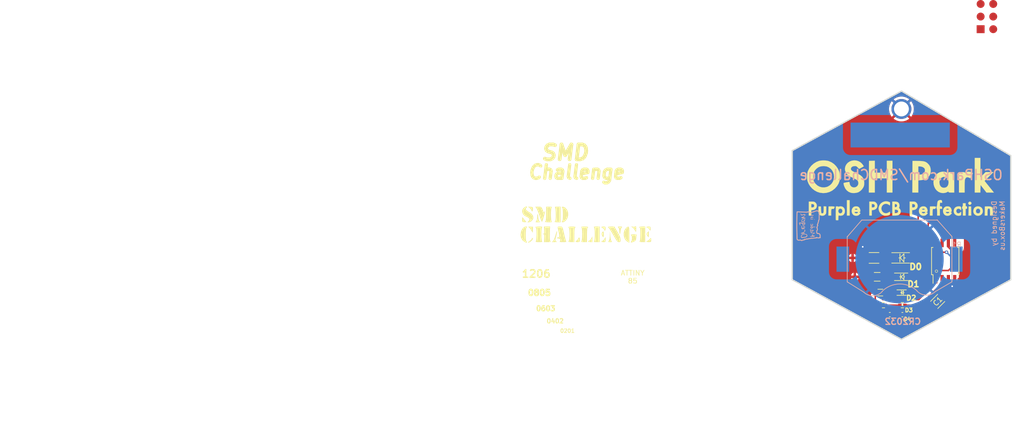
<source format=kicad_pcb>
(kicad_pcb (version 20201115) (generator pcbnew)
  (layers (0 "F.Cu" signal) (31 "B.Cu" signal) (34 "B.Paste" user) (35 "F.Paste" user) (36 "B.SilkS" user "B.Silkscreen") (37 "F.SilkS" user "F.Silkscreen") (38 "B.Mask" user) (39 "F.Mask" user) (44 "Edge.Cuts" user))
  (net 0 "")
  (net 1 "GND")
  (net 2 "+BATT")
  (net 3 "Net-(CON1-Pad1)")
  (net 4 "Net-(CON1-Pad3)")
  (net 5 "Net-(CON1-Pad4)")
  (net 6 "Net-(CON1-Pad5)")
  (net 7 "Net-(D1-Pad1)")
  (net 8 "Net-(D2-Pad1)")
  (net 9 "Net-(D3-Pad1)")
  (net 10 "Net-(D0-Pad1)")
  (net 11 "Net-(D3-Pad2)")
  (net 12 "Net-(D4-Pad2)")
  (net 13 "Net-(D4-Pad1)")
  (footprint "footprints:logo" (layer "F.Cu") (at 145.02 93.45)
    (fp_text reference "G***" hide)
    (fp_text value "LOGO" hide)
  )
  (footprint "footprints:testPad" (layer "F.Cu") (at 200.4325 107.2475)
    (fp_text reference "PG2" hide)
    (fp_text value "CONN_01X01")
    (pad "1" smd oval (at 0 0) (size 0.508 0.762) (layers "F.Cu" "F.Paste" "F.Mask") (net 1 "GND"))
  )
  (footprint "footprints:R_1206" (layer "F.Cu") (at 203.0995 100.2625 180)
    (fp_text reference "R0" hide)
    (fp_text value "330")
    (pad "1" smd rect (at -1.778 0 180) (size 1.1 1.7) (layers "F.Cu" "F.Paste" "F.Mask") (net 10 "Net-(D0-Pad1)"))
    (pad "2" smd rect (at 1.651 0 180) (size 1.1 1.7) (layers "F.Cu" "F.Paste" "F.Mask") (net 1 "GND"))
  )
  (footprint "footprints:testPad" (layer "F.Cu") (at 212.6245 100.2625)
    (fp_text reference "P0" hide)
    (fp_text value "CONN_01X01")
    (pad "1" smd oval (at 0 0) (size 0.508 0.762) (layers "F.Cu" "F.Paste" "F.Mask") (net 5 "Net-(CON1-Pad4)"))
  )
  (footprint "myFootPrints:MadeInOregonRev25" (layer "F.Cu") (at 189.895 93.75 -90)
    (fp_text reference "VAL" hide)
    (fp_text value "MadeInOregonRev25" hide)
  )
  (footprint "Pin_Headers:Pin_Header_Straight_1x01" (layer "F.Cu") (at 208.44 70.5)
    (fp_text reference "P1" hide)
    (fp_text value "CONN_01X01")
    (pad "" thru_hole circle (at 0.18 -0.25) (size 4 4) (drill 3) (layers *.Cu *.Mask) (net 1 "GND"))
  )
  (footprint "footprints:testPad" (layer "F.Cu") (at 204.687 111.6925)
    (fp_text reference "PG4" hide)
    (fp_text value "CONN_01X01")
    (pad "1" smd oval (at 0 0) (size 0.508 0.762) (layers "F.Cu" "F.Paste" "F.Mask") (net 1 "GND"))
  )
  (footprint "footprints:SOIJ-8_5.3x5.3mm_Pitch1.27mm" (layer "F.Cu") (at 217.4505 100.8975 90)
    (fp_text reference "IC1" hide)
    (fp_text value "IC1")
    (pad "1" smd rect (at -3.65 -1.905 90) (size 1.7 0.65) (layers "F.Cu" "F.Paste" "F.Mask") (net 6 "Net-(CON1-Pad5)"))
    (pad "2" smd rect (at -3.65 -0.635 90) (size 1.7 0.65) (layers "F.Cu" "F.Paste" "F.Mask") (net 11 "Net-(D3-Pad2)"))
    (pad "3" smd rect (at -3.65 0.635 90) (size 1.7 0.65) (layers "F.Cu" "F.Paste" "F.Mask") (net 12 "Net-(D4-Pad2)"))
    (pad "4" smd rect (at -3.65 1.905 90) (size 1.7 0.65) (layers "F.Cu" "F.Paste" "F.Mask") (net 1 "GND"))
    (pad "5" smd rect (at 3.65 1.905 90) (size 1.7 0.65) (layers "F.Cu" "F.Paste" "F.Mask") (net 5 "Net-(CON1-Pad4)"))
    (pad "6" smd rect (at 3.65 0.635 90) (size 1.7 0.65) (layers "F.Cu" "F.Paste" "F.Mask") (net 3 "Net-(CON1-Pad1)"))
    (pad "7" smd rect (at 3.65 -0.635 90) (size 1.7 0.65) (layers "F.Cu" "F.Paste" "F.Mask") (net 4 "Net-(CON1-Pad3)"))
    (pad "8" smd rect (at 3.65 -1.905 90) (size 1.7 0.65) (layers "F.Cu" "F.Paste" "F.Mask") (net 2 "+BATT"))
  )
  (footprint "footprints:R_0402" (layer "F.Cu") (at 205.0045 109.7875 180)
    (fp_text reference "R3" hide)
    (fp_text value "330")
    (pad "1" smd rect (at -0.4 0 180) (size 0.6 0.6) (layers "F.Cu" "F.Paste" "F.Mask") (net 9 "Net-(D3-Pad1)"))
    (pad "2" smd rect (at 0.5 0 180) (size 0.6 0.6) (layers "F.Cu" "F.Paste" "F.Mask") (net 1 "GND"))
  )
  (footprint "LED_0402" (layer "F.Cu") (at 208.8145 109.7875)
    (fp_text reference "D3" (at 1.3 1) (layer "F.SilkS") (effects (font (size 0.8 0.8) (thickness 0.2))))
    (fp_text value "LED")
    (pad "1" smd rect (at -0.5 0) (size 0.7 0.6) (layers "F.Cu" "F.Paste" "F.Mask") (net 9 "Net-(D3-Pad1)"))
    (pad "2" smd rect (at 0.5 0) (size 0.7 0.6) (layers "F.Cu" "F.Paste" "F.Mask") (net 11 "Net-(D3-Pad2)"))
  )
  (footprint "myFootPrints:OSHParkPurple" (layer "F.Cu") (at 208.47 90.6)
    (fp_text reference "G***" hide)
    (fp_text value "LOGO" hide)
  )
  (footprint "footprints:R_0805" (layer "F.Cu") (at 203.7345 104.0725 180)
    (fp_text reference "R1" hide)
    (fp_text value "330")
    (pad "1" smd rect (at -1.143 0 180) (size 0.9 1.3) (layers "F.Cu" "F.Paste" "F.Mask") (net 7 "Net-(D1-Pad1)"))
    (pad "2" smd rect (at 1.143 0 180) (size 0.9 1.3) (layers "F.Cu" "F.Paste" "F.Mask") (net 1 "GND"))
  )
  (footprint "footprints:testPad" (layer "F.Cu") (at 211.1005 111.6925)
    (fp_text reference "P4" hide)
    (fp_text value "CONN_01X01")
    (pad "1" smd oval (at 0 0) (size 0.508 0.762) (layers "F.Cu" "F.Paste" "F.Mask") (net 12 "Net-(D4-Pad2)"))
  )
  (footprint "footprints:testPad" (layer "F.Cu") (at 212.1165 104.0725)
    (fp_text reference "P1" hide)
    (fp_text value "CONN_01X01")
    (pad "1" smd oval (at 0 0) (size 0.508 0.762) (layers "F.Cu" "F.Paste" "F.Mask") (net 3 "Net-(CON1-Pad1)"))
  )
  (footprint "footprints:LED-0805" (layer "F.Cu") (at 208.8145 104.0725)
    (fp_text reference "D1" (at 2.2225 1.4605) (layer "F.SilkS") (effects (font (size 1.2 1.2) (thickness 0.3))))
    (fp_text value "LED")
    (pad "1" smd rect (at -1.27 0 180) (size 1.3 1.19888) (layers "F.Cu" "F.Paste" "F.Mask") (net 7 "Net-(D1-Pad1)"))
    (pad "2" smd rect (at 1.143 0 180) (size 1.3 1.19888) (layers "F.Cu" "F.Paste" "F.Mask") (net 3 "Net-(CON1-Pad1)"))
  )
  (footprint "footprints:testPad" (layer "F.Cu") (at 198.7815 100.2625)
    (fp_text reference "PG0" hide)
    (fp_text value "CONN_01X01")
    (pad "1" smd oval (at 0 0) (size 0.508 0.762) (layers "F.Cu" "F.Paste" "F.Mask") (net 1 "GND"))
  )
  (footprint "myFootPrints:OSHPark" (layer "F.Cu") (at 208.47 83.6)
    (fp_text reference "G***" hide)
    (fp_text value "LOGO" hide)
  )
  (footprint "footprints:LED-0603" (layer "F.Cu") (at 208.8145 107.2475)
    (fp_text reference "D2" (at 1.778 1.0795) (layer "F.SilkS") (effects (font (thickness 0.25))))
    (fp_text value "LED")
    (pad "1" smd rect (at -0.889 0 180) (size 1 0.79756) (layers "F.Cu" "F.Paste" "F.Mask") (net 8 "Net-(D2-Pad1)"))
    (pad "2" smd rect (at 0.889 0 180) (size 1 0.79756) (layers "F.Cu" "F.Paste" "F.Mask") (net 4 "Net-(CON1-Pad3)"))
  )
  (footprint "footprints:testPad" (layer "F.Cu") (at 211.7355 107.2475)
    (fp_text reference "P2" hide)
    (fp_text value "CONN_01X01")
    (pad "1" smd oval (at 0 0) (size 0.508 0.762) (layers "F.Cu" "F.Paste" "F.Mask") (net 4 "Net-(CON1-Pad3)"))
  )
  (footprint "footprints:testPad" (layer "F.Cu") (at 199.226 104.0725)
    (fp_text reference "PG1" hide)
    (fp_text value "CONN_01X01")
    (pad "1" smd oval (at 0 0) (size 0.508 0.762) (layers "F.Cu" "F.Paste" "F.Mask") (net 1 "GND"))
  )
  (footprint "footprints:LED-1206" (layer "F.Cu") (at 208.8145 100.2625)
    (fp_text reference "D0" (at 2.667 1.778) (layer "F.SilkS") (effects (font (size 1.25 1.25) (thickness 0.3125))))
    (fp_text value "LED")
    (pad "1" smd rect (at -1.651 0 180) (size 1.7 1.80086) (layers "F.Cu" "F.Paste" "F.Mask") (net 10 "Net-(D0-Pad1)"))
    (pad "2" smd rect (at 1.524 0 180) (size 1.7 1.80086) (layers "F.Cu" "F.Paste" "F.Mask") (net 5 "Net-(CON1-Pad4)"))
  )
  (footprint "footprints:R_0603" (layer "F.Cu") (at 204.3695 107.2475 180)
    (fp_text reference "R2" hide)
    (fp_text value "330")
    (pad "1" smd rect (at -0.889 0 180) (size 0.7 0.9) (layers "F.Cu" "F.Paste" "F.Mask") (net 8 "Net-(D2-Pad1)"))
    (pad "2" smd rect (at 1.016 0 180) (size 0.7 0.9) (layers "F.Cu" "F.Paste" "F.Mask") (net 1 "GND"))
  )
  (footprint "footprints:R_0201" (layer "F.Cu") (at 206.2745 111.6925 180)
    (fp_text reference "R4" hide)
    (fp_text value "330")
    (pad "1" smd rect (at -0.4 0 180) (size 0.45 0.43) (layers "F.Cu" "F.Paste" "F.Mask") (net 13 "Net-(D4-Pad1)"))
    (pad "2" smd rect (at 0.4 0 180) (size 0.45 0.43) (layers "F.Cu" "F.Paste" "F.Mask") (net 1 "GND"))
  )
  (footprint "footprints:AVR-ISP-6" (layer "F.Cu") (at 227.12 54.175 180)
    (fp_text reference "CON1" hide)
    (fp_text value "AVR-ISP-6" hide)
    (pad "1" smd oval (at 0 0 180) (size 1.6 1.6) (layers "F.Cu" "F.Paste" "F.Mask") (net 3 "Net-(CON1-Pad1)"))
    (pad "2" smd rect (at 2.54 0 180) (size 1.6 1.6) (layers "F.Cu" "F.Paste" "F.Mask") (net 2 "+BATT"))
    (pad "3" smd oval (at 0 2.54 180) (size 1.6 1.6) (layers "F.Cu" "F.Paste" "F.Mask") (net 4 "Net-(CON1-Pad3)"))
    (pad "4" smd oval (at 2.54 2.54 180) (size 1.6 1.6) (layers "F.Cu" "F.Paste" "F.Mask") (net 5 "Net-(CON1-Pad4)"))
    (pad "5" smd oval (at 0 5.08 180) (size 1.6 1.6) (layers "F.Cu" "F.Paste" "F.Mask") (net 6 "Net-(CON1-Pad5)"))
    (pad "6" smd oval (at 2.54 5.08 180) (size 1.6 1.6) (layers "F.Cu" "F.Paste" "F.Mask") (net 1 "GND"))
  )
  (footprint "LED_0201" (layer "F.Cu") (at 208.8145 111.6925)
    (fp_text reference "D4" (at 1.016 0.889) (layer "F.SilkS") (effects (font (size 0.7 0.7) (thickness 0.175))))
    (fp_text value "LED")
    (pad "1" smd rect (at -0.3 0) (size 0.4 0.4) (layers "F.Cu" "F.Paste" "F.Mask") (net 13 "Net-(D4-Pad1)"))
    (pad "2" smd rect (at 0.3 0) (size 0.4 0.4) (layers "F.Cu" "F.Paste" "F.Mask") (net 12 "Net-(D4-Pad2)"))
  )
  (footprint "footprints:C_1206_HandSoldering" (layer "F.Cu") (at 215.9265 109.0255 -135)
    (fp_text reference "C1" (at 0 0 -135) (layer "F.SilkS"))
    (fp_text value "0.1 uF")
    (pad "1" smd rect (at -1.778 0 225) (size 1.6 1.6) (layers "F.Cu" "F.Paste" "F.Mask") (net 1 "GND"))
    (pad "2" smd rect (at 1.778 0 225) (size 1.6 1.6) (layers "F.Cu" "F.Paste" "F.Mask") (net 2 "+BATT"))
  )
  (footprint "footprints:testPad" (layer "F.Cu") (at 202.274 109.7875)
    (fp_text reference "PG3" hide)
    (fp_text value "CONN_01X01")
    (pad "1" smd oval (at 0 0) (size 0.508 0.762) (layers "F.Cu" "F.Paste" "F.Mask") (net 1 "GND"))
  )
  (footprint "footprints:testPad" (layer "F.Cu") (at 211.3545 109.7875)
    (fp_text reference "P3" hide)
    (fp_text value "CONN_01X01")
    (pad "1" smd oval (at 0 0) (size 0.508 0.762) (layers "F.Cu" "F.Paste" "F.Mask") (net 11 "Net-(D3-Pad2)"))
  )
  (footprint "footprints:BATT_CR2032_SMD" (layer "B.Cu") (at 208.245 100.515 180)
    (fp_text reference "BT1" hide)
    (fp_text value "Battery" hide)
    (pad "1" smd rect (at 11.43 0 180) (size 2.54 5.08) (layers "B.Cu" "B.Paste" "B.Mask"))
    (pad "1" smd rect (at -11.43 0 180) (size 2.54 5.08) (layers "B.Cu" "B.Paste" "B.Mask") (net 2 "+BATT"))
    (pad "2" smd circle (at 0 0 180) (size 17.78 17.78) (layers "B.Cu" "B.Paste" "B.Mask") (net 1 "GND"))
  )
  (footprint "Connect:1pin" (layer "B.Cu") (at 208.37 75.5)
    (fp_text reference "REF**" hide)
    (fp_text value "1pin")
    (pad "1" smd rect (at 0 0) (size 20 5) (layers "B.Cu" "B.Paste" "B.Mask"))
  )
  (gr_line (start 230.6338 104.652) (end 230.6338 79.652) (angle 90) (layer "Edge.Cuts") (width 0.254))
  (gr_line (start 186.6338 104.652) (end 208.6338 116.652) (angle 90) (layer "Edge.Cuts") (width 0.254))
  (gr_line (start 230.6338 79.652) (end 208.6338 66.652) (angle 90) (layer "Edge.Cuts") (width 0.254))
  (gr_line (start 186.6338 78.652) (end 186.6338 104.652) (angle 90) (layer "Edge.Cuts") (width 0.254))
  (gr_line (start 208.6338 116.652) (end 230.6338 104.652) (angle 90) (layer "Edge.Cuts") (width 0.254))
  (gr_line (start 208.6338 66.652) (end 186.6338 78.652) (angle 90) (layer "Edge.Cuts") (width 0.254))
  (gr_text "CR2032" (at 208.895 113.075) (layer "B.SilkS") (effects (font (size 1.25 1.25) (thickness 0.25)) (justify mirror)))
  (gr_text "OSHPark.com/SMDChallenge" (at 208.545 83.55) (layer "B.SilkS") (effects (font (size 2.032 1.905) (thickness 0.3048)) (justify mirror)))
  (gr_text "R1" (at 219.7365 97.5955) (layer "B.SilkS") (effects (font (size 1 1) (thickness 0.1)) (justify mirror)))
  (gr_text "Designed by\nMakersBox.us" (at 228.12 88.65 90) (layer "B.SilkS") (effects (font (size 1 1)) (justify left mirror)))
  (gr_text "0201" (at 141.3255 114.9585) (layer "F.SilkS") (effects (font (size 0.762 0.762))))
  (gr_text "SMD" (at 140.845 79.05) (layer "F.SilkS") (effects (font (size 3 3) (thickness 0.75) italic)))
  (gr_text "0402" (at 138.849 112.99) (layer "F.SilkS") (effects (font (size 0.889 0.889) (thickness 0.2))))
  (gr_text "ATTINY\n85" (at 154.47 104.1) (layer "F.SilkS") (effects (font (size 1 1))))
  (gr_text "Challenge" (at 143.131 82.987) (layer "F.SilkS") (effects (font (size 2.75 2.6) (thickness 0.65) italic)))
  (gr_text "1206" (at 135.039 103.465) (layer "F.SilkS") (effects (font (size 1.5 1.5) (thickness 0.3))))
  (gr_text "0603" (at 136.944 110.45) (layer "F.SilkS") (effects (font (size 1 1) (thickness 0.25))))
  (gr_text "0805" (at 135.674 107.275) (layer "F.SilkS") (effects (font (size 1.2 1.2) (thickness 0.3))))
  (segment (start 200.8135 97.9935) (end 200.8135 99.6275) (width 0.3048) (layer "F.Cu") (net 1))
  (segment (start 216.959714 107.992286) (end 219.3555 105.5965) (width 0.3048) (layer "F.Cu") (net 1))
  (segment (start 219.3555 104.5475) (end 219.3555 105.4695) (width 0.3048) (layer "F.Cu") (net 1))
  (segment (start 204.687 111.6925) (end 205.8745 111.6925) (width 0.3048) (layer "F.Cu") (net 1))
  (segment (start 199.353 104.0725) (end 202.5915 104.0725) (width 0.3048) (layer "F.Cu") (net 1))
  (segment (start 200.4325 107.2475) (end 203.3535 107.2475) (width 0.3048) (layer "F.Cu") (net 1))
  (segment (start 204.5045 109.7875) (end 204.5045 111.51) (width 0.3048) (layer "F.Cu") (net 1))
  (segment (start 202.274 109.7875) (end 204.5045 109.7875) (width 0.3048) (layer "F.Cu") (net 1))
  (segment (start 203.3535 107.2475) (end 203.3535 108.6365) (width 0.3048) (layer "F.Cu") (net 1))
  (segment (start 201.4485 100.2625) (end 201.4485 102.9295) (width 0.3048) (layer "F.Cu") (net 1))
  (segment (start 219.3555 105.5965) (end 219.3555 104.5475) (width 0.3048) (layer "F.Cu") (net 1))
  (segment (start 203.3535 108.6365) (end 204.5045 109.7875) (width 0.3048) (layer "F.Cu") (net 1))
  (segment (start 204.5045 111.51) (end 204.687 111.6925) (width 0.3048) (layer "F.Cu") (net 1))
  (segment (start 201.4485 100.2625) (end 198.7815 100.2625) (width 0.3048) (layer "F.Cu") (net 1))
  (segment (start 200.8135 99.6275) (end 201.4485 100.2625) (width 0.3048) (layer "F.Cu") (net 1))
  (segment (start 219.3555 105.4695) (end 218.8475 105.9775) (width 0.3048) (layer "F.Cu") (net 1))
  (segment (start 201.4485 102.9295) (end 202.5915 104.0725) (width 0.3048) (layer "F.Cu") (net 1))
  (via (at 200.82 98.025) (size 0.6858) (drill 0.3302) (layers "F.Cu" "B.Cu") (net 1))
  (via (at 218.8475 105.9775) (size 0.6858) (drill 0.3302) (layers "F.Cu" "B.Cu") (net 1))
  (segment (start 215.5455 98.2305) (end 216.4345 99.1195) (width 0.3048) (layer "F.Cu") (net 2))
  (segment (start 216.4345 99.1195) (end 217.7045 99.1195) (width 0.3048) (layer "F.Cu") (net 2))
  (segment (start 215.5455 97.2475) (end 215.5455 98.2305) (width 0.3048) (layer "F.Cu") (net 2))
  (via (at 217.7045 99.1195) (size 0.6858) (drill 0.3302) (layers "F.Cu" "B.Cu") (net 2))
  (segment (start 217.7045 99.1195) (end 219.6095 101.0245) (width 0.3048) (layer "B.Cu") (net 2))
  (segment (start 212.1165 104.0725) (end 212.2435 104.0725) (width 0.3048) (layer "F.Cu") (net 3))
  (segment (start 218.0855 98.1035) (end 219.1015 99.1195) (width 0.3048) (layer "F.Cu") (net 3))
  (segment (start 213.3865 102.8025) (end 216.0535 102.8025) (width 0.3048) (layer "F.Cu") (net 3))
  (segment (start 213.3865 102.8025) (end 212.2435 104.0725) (width 0.3048) (layer "F.Cu") (net 3))
  (segment (start 218.0855 102.8025) (end 216.0535 102.8025) (width 0.3048) (layer "F.Cu") (net 3))
  (segment (start 219.1015 101.7865) (end 218.0855 102.8025) (width 0.3048) (layer "F.Cu") (net 3))
  (segment (start 218.0855 97.2475) (end 218.0855 98.1035) (width 0.3048) (layer "F.Cu") (net 3))
  (segment (start 219.1015 99.1195) (end 219.1015 101.7865) (width 0.3048) (layer "F.Cu") (net 3))
  (segment (start 209.9575 104.0725) (end 212.1165 104.0725) (width 0.3048) (layer "F.Cu") (net 3))
  (segment (start 218.0855 97.2475) (end 218.0855 93.7855) (width 0.3048) (layer "F.Cu") (net 3))
  (segment (start 214.0215 101.0245) (end 213.1325 101.9135) (width 0.3048) (layer "F.Cu") (net 4))
  (segment (start 208.8145 102.9295) (end 209.7035 102.0405) (width 0.3048) (layer "F.Cu") (net 4))
  (segment (start 209.7035 107.2475) (end 209.7035 106.4855) (width 0.3048) (layer "F.Cu") (net 4))
  (segment (start 213.1325 101.9135) (end 209.8305 101.9135) (width 0.3048) (layer "F.Cu") (net 4))
  (segment (start 216.8155 97.2475) (end 216.8155 93.6585) (width 0.3048) (layer "F.Cu") (net 4))
  (segment (start 216.4345 93.2775) (end 214.0215 93.2775) (width 0.3048) (layer "F.Cu") (net 4))
  (segment (start 209.7035 106.4855) (end 208.8145 105.5965) (width 0.3048) (layer "F.Cu") (net 4))
  (segment (start 209.8305 101.9135) (end 209.7035 102.0405) (width 0.3048) (layer "F.Cu") (net 4))
  (segment (start 216.8155 93.6585) (end 216.4345 93.2775) (width 0.3048) (layer "F.Cu") (net 4))
  (segment (start 208.8145 105.5965) (end 208.8145 102.9295) (width 0.3048) (layer "F.Cu") (net 4))
  (segment (start 214.0215 93.2775) (end 214.0215 101.0245) (width 0.3048) (layer "F.Cu") (net 4))
  (segment (start 209.7035 107.2475) (end 211.7355 107.2475) (width 0.3048) (layer "F.Cu") (net 4))
  (segment (start 211.995 92.764) (end 212.6245 93.3935) (width 0.3048) (layer "F.Cu") (net 5))
  (segment (start 212.6245 93.3935) (end 212.6245 94.6745) (width 0.3048) (layer "F.Cu") (net 5))
  (segment (start 219.3555 97.2475) (end 219.3555 94.0395) (width 0.3048) (layer "F.Cu") (net 5))
  (segment (start 211.9895 90.3565) (end 211.995 90.362) (width 0.3048) (layer "F.Cu") (net 5))
  (segment (start 211.995 90.362) (end 211.995 92.764) (width 0.3048) (layer "F.Cu") (net 5))
  (segment (start 210.3385 100.2625) (end 212.6245 100.2625) (width 0.3048) (layer "F.Cu") (net 5))
  (segment (start 219.3555 94.0395) (end 215.6725 90.3565) (width 0.3048) (layer "F.Cu") (net 5))
  (segment (start 215.6725 90.3565) (end 211.9895 90.3565) (width 0.3048) (layer "F.Cu") (net 5))
  (segment (start 212.6245 100.2625) (end 212.6245 94.6745) (width 0.3048) (layer "F.Cu") (net 5))
  (segment (start 215.5455 105.2155) (end 212.1165 108.6445) (width 0.3048) (layer "F.Cu") (net 6))
  (segment (start 208.8145 101.6595) (end 208.8145 99.2465) (width 0.3048) (layer "F.Cu") (net 6))
  (segment (start 210.0845 97.9765) (end 210.0845 96.5795) (width 0.3048) (layer "F.Cu") (net 6))
  (segment (start 204.8775 108.6445) (end 204.3695 108.1365) (width 0.3048) (layer "F.Cu") (net 6))
  (segment (start 203.6075 105.0885) (end 203.6075 102.9295) (width 0.3048) (layer "F.Cu") (net 6))
  (segment (start 208.8145 99.2465) (end 210.0845 97.9765) (width 0.3048) (layer "F.Cu") (net 6))
  (segment (start 215.5455 104.5475) (end 215.5455 105.2155) (width 0.3048) (layer "F.Cu") (net 6))
  (segment (start 204.3695 105.8505) (end 203.6075 105.0885) (width 0.3048) (layer "F.Cu") (net 6))
  (segment (start 212.1165 108.6445) (end 204.8775 108.6445) (width 0.3048) (layer "F.Cu") (net 6))
  (segment (start 203.6075 102.9295) (end 204.1155 102.4215) (width 0.3048) (layer "F.Cu") (net 6))
  (segment (start 208.0525 102.4215) (end 208.8145 101.6595) (width 0.3048) (layer "F.Cu") (net 6))
  (segment (start 204.3695 108.1365) (end 204.3695 105.8505) (width 0.3048) (layer "F.Cu") (net 6))
  (segment (start 204.1155 102.4215) (end 208.0525 102.4215) (width 0.3048) (layer "F.Cu") (net 6))
  (segment (start 204.8775 104.0725) (end 207.5445 104.0725) (width 0.3048) (layer "F.Cu") (net 7))
  (segment (start 205.2585 107.2475) (end 207.9255 107.2475) (width 0.3048) (layer "F.Cu") (net 8))
  (segment (start 205.4045 109.7875) (end 208.2145 109.7875) (width 0.3048) (layer "F.Cu") (net 9))
  (segment (start 207.1635 100.2625) (end 204.8775 100.2625) (width 0.3048) (layer "F.Cu") (net 10))
  (segment (start 216.8155 105.3425) (end 216.8155 104.5475) (width 0.3048) (layer "F.Cu") (net 11))
  (segment (start 212.3705 109.7875) (end 216.8155 105.3425) (width 0.3048) (layer "F.Cu") (net 11))
  (segment (start 211.3545 109.7875) (end 212.3705 109.7875) (width 0.3048) (layer "F.Cu") (net 11))
  (segment (start 209.3145 109.7875) (end 211.3545 109.7875) (width 0.3048) (layer "F.Cu") (net 11))
  (segment (start 211.6085 111.6925) (end 218.0855 105.2155) (width 0.3048) (layer "F.Cu") (net 12))
  (segment (start 209.1145 111.6925) (end 209.7035 111.6925) (width 0.3048) (layer "F.Cu") (net 12))
  (segment (start 218.0855 105.2155) (end 218.0855 104.5475) (width 0.3048) (layer "F.Cu") (net 12))
  (segment (start 209.7035 111.6925) (end 211.1005 111.6925) (width 0.3048) (layer "F.Cu") (net 12))
  (segment (start 211.2275 111.6925) (end 211.6085 111.6925) (width 0.3048) (layer "F.Cu") (net 12))
  (segment (start 208.5145 111.6925) (end 207.9255 111.6925) (width 0.3048) (layer "F.Cu") (net 13))
  (segment (start 207.9255 111.6925) (end 206.6745 111.6925) (width 0.3048) (layer "F.Cu") (net 13))
  (zone (net 1) (net_name "GND") (layer "F.Cu") (connect_pads (clearance 0.1524)) (min_thickness 0.1524) (fill yes (thermal_gap 0.508) (thermal_bridge_width 0.508))
    (polygon (pts (xy 233.323 117.5476) (xy 183.92 117.7) (xy 184.0724 65.757) (xy 233.323 65.9856)))
  )
  (zone (net 1) (net_name "GND") (layer "B.Cu") (connect_pads (clearance 0.2032)) (min_thickness 0.2) (fill yes (thermal_gap 0.508) (thermal_bridge_width 0.508))
    (polygon (pts (xy 233.264817 65.924315) (xy 183.861817 65.771915) (xy 184.014217 117.714915) (xy 233.264817 117.486315)))
  )
)
</source>
